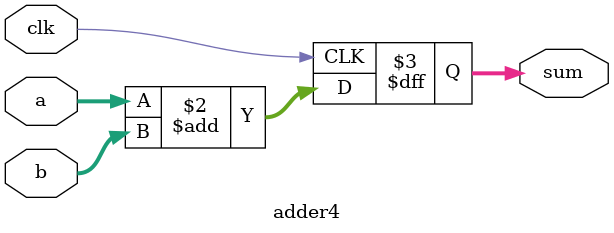
<source format=v>

module adder4(a, b, clk, sum);
    input [3:0] a, b;
    input clk;
    output reg [3:0] sum;
  
  	always @(posedge clk) begin
        	sum <= a + b;
    end
endmodule
</source>
